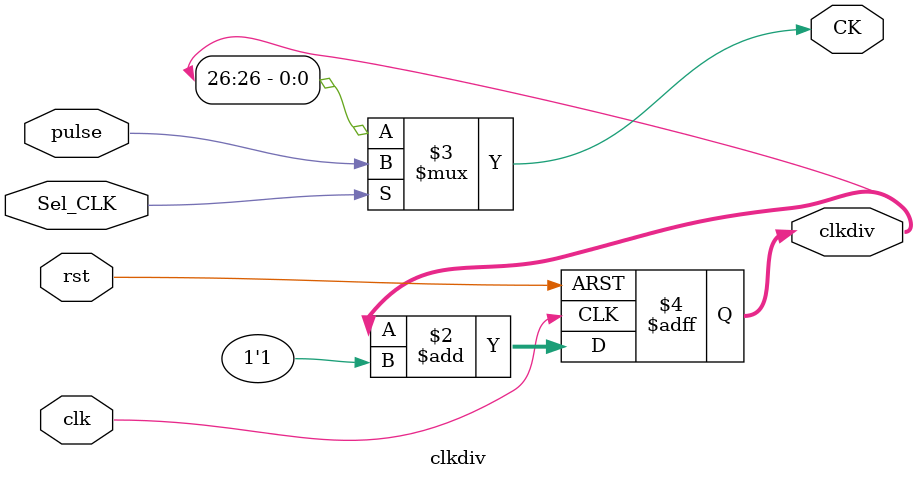
<source format=v>
`timescale 1ns / 1ps
module clkdiv(
	input clk,
	input rst,
	input Sel_CLK,
	input pulse,
	output CK,
	output reg[31:0]clkdiv
    );
always @ (posedge clk or posedge rst) begin
	if (rst) clkdiv <=0;
	else clkdiv <= clkdiv + 1'b1;
end
assign CK = (Sel_CLK)?pulse:clkdiv[26];

endmodule

</source>
